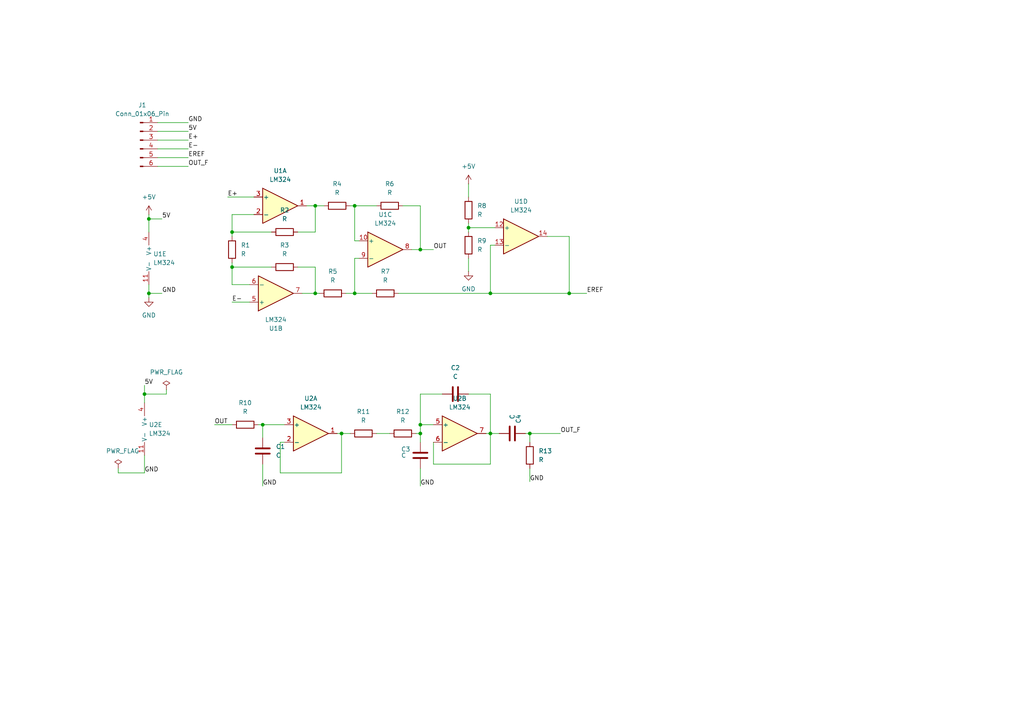
<source format=kicad_sch>
(kicad_sch (version 20250114) (generator "eeschema") (generator_version "9.0")
  (paper "A4")
  (lib_symbols
    (symbol "Amplifier_Operational:LM324" (pin_names (offset 0.127))
      (property "Reference" "U" (at 0 5.08 0))
      (property "Value" "LM324" (at 0 -5.08 0))
      (symbol "LM324_1_1"
        (polyline (pts (xy -5.08 5.08) (xy 5.08 0) (xy -5.08 -5.08) (xy -5.08 5.08)) (stroke (width 0.254)) (fill (type background)))
        (pin input line (at -7.62 2.54 0) (length 2.54) (name "+") (number "3"))
        (pin input line (at -7.62 -2.54 0) (length 2.54) (name "-") (number "2"))
        (pin output line (at 7.62 0 180) (length 2.54) (name "~") (number "1"))
      )
      (symbol "LM324_2_1"
        (polyline (pts (xy -5.08 5.08) (xy 5.08 0) (xy -5.08 -5.08) (xy -5.08 5.08)) (stroke (width 0.254)) (fill (type background)))
        (pin input line (at -7.62 2.54 0) (length 2.54) (name "+") (number "5"))
        (pin input line (at -7.62 -2.54 0) (length 2.54) (name "-") (number "6"))
        (pin output line (at 7.62 0 180) (length 2.54) (name "~") (number "7"))
      )
      (symbol "LM324_3_1"
        (polyline (pts (xy -5.08 5.08) (xy 5.08 0) (xy -5.08 -5.08) (xy -5.08 5.08)) (stroke (width 0.254)) (fill (type background)))
        (pin input line (at -7.62 2.54 0) (length 2.54) (name "+") (number "10"))
        (pin input line (at -7.62 -2.54 0) (length 2.54) (name "-") (number "9"))
        (pin output line (at 7.62 0 180) (length 2.54) (name "~") (number "8"))
      )
      (symbol "LM324_4_1"
        (polyline (pts (xy -5.08 5.08) (xy 5.08 0) (xy -5.08 -5.08) (xy -5.08 5.08)) (stroke (width 0.254)) (fill (type background)))
        (pin input line (at -7.62 2.54 0) (length 2.54) (name "+") (number "12"))
        (pin input line (at -7.62 -2.54 0) (length 2.54) (name "-") (number "13"))
        (pin output line (at 7.62 0 180) (length 2.54) (name "~") (number "14"))
      )
      (symbol "LM324_5_1"
        (pin power_in line (at -2.54 7.62 270) (length 3.81) (name "V+") (number "4"))
        (pin power_in line (at -2.54 -7.62 90) (length 3.81) (name "V-") (number "11"))
      )
    )
    (symbol "Connector:Conn_01x06_Pin" (pin_names (offset 1.016) (hide yes))
      (property "Reference" "J" (at 0 7.62 0))
      (property "Value" "Conn_01x06_Pin" (at 0 -10.16 0))
      (symbol "Conn_01x06_Pin_1_1"
        (rectangle (start 0.8636 5.207) (end 0 4.953) (stroke (width 0.1524)) (fill (type outline)))
        (rectangle (start 0.8636 2.667) (end 0 2.413) (stroke (width 0.1524)) (fill (type outline)))
        (rectangle (start 0.8636 0.127) (end 0 -0.127) (stroke (width 0.1524)) (fill (type outline)))
        (rectangle (start 0.8636 -2.413) (end 0 -2.667) (stroke (width 0.1524)) (fill (type outline)))
        (rectangle (start 0.8636 -4.953) (end 0 -5.207) (stroke (width 0.1524)) (fill (type outline)))
        (rectangle (start 0.8636 -7.493) (end 0 -7.747) (stroke (width 0.1524)) (fill (type outline)))
        (polyline (pts (xy 1.27 5.08) (xy 0.8636 5.08)) (stroke (width 0.1524)))
        (polyline (pts (xy 1.27 2.54) (xy 0.8636 2.54)) (stroke (width 0.1524)))
        (polyline (pts (xy 1.27 0) (xy 0.8636 0)) (stroke (width 0.1524)))
        (polyline (pts (xy 1.27 -2.54) (xy 0.8636 -2.54)) (stroke (width 0.1524)))
        (polyline (pts (xy 1.27 -5.08) (xy 0.8636 -5.08)) (stroke (width 0.1524)))
        (polyline (pts (xy 1.27 -7.62) (xy 0.8636 -7.62)) (stroke (width 0.1524)))
        (pin passive line (at 5.08 5.08 180) (length 3.81) (name "Pin_1") (number "1"))
        (pin passive line (at 5.08 2.54 180) (length 3.81) (name "Pin_2") (number "2"))
        (pin passive line (at 5.08 0 180) (length 3.81) (name "Pin_3") (number "3"))
        (pin passive line (at 5.08 -2.54 180) (length 3.81) (name "Pin_4") (number "4"))
        (pin passive line (at 5.08 -5.08 180) (length 3.81) (name "Pin_5") (number "5"))
        (pin passive line (at 5.08 -7.62 180) (length 3.81) (name "Pin_6") (number "6"))
      )
    )
    (symbol "Device:C" (pin_numbers (hide yes)) (pin_names (offset 0.254))
      (property "Reference" "C" (at 0.635 2.54 0))
      (property "Value" "C" (at 0.635 -2.54 0))
      (symbol "C_0_1"
        (polyline (pts (xy -2.032 0.762) (xy 2.032 0.762)) (stroke (width 0.508)))
        (polyline (pts (xy -2.032 -0.762) (xy 2.032 -0.762)) (stroke (width 0.508)))
      )
      (symbol "C_1_1"
        (pin passive line (at 0 3.81 270) (length 2.794) (name "~") (number "1"))
        (pin passive line (at 0 -3.81 90) (length 2.794) (name "~") (number "2"))
      )
    )
    (symbol "Device:R" (pin_numbers (hide yes)) (pin_names (offset 0))
      (property "Reference" "R" (at 2.032 0 90))
      (property "Value" "R" (at 0 0 90))
      (symbol "R_0_1"
        (rectangle (start -1.016 -2.54) (end 1.016 2.54) (stroke (width 0.254)))
      )
      (symbol "R_1_1"
        (pin passive line (at 0 3.81 270) (length 1.27) (name "~") (number "1"))
        (pin passive line (at 0 -3.81 90) (length 1.27) (name "~") (number "2"))
      )
    )
    (symbol "power:+5V" (power) (pin_numbers (hide yes)) (pin_names (offset 0) (hide yes))
      (property "Value" "+5V" (at 0 3.556 0))
      (symbol "+5V_0_1"
        (polyline (pts (xy -0.762 1.27) (xy 0 2.54)))
        (polyline (pts (xy 0 2.54) (xy 0.762 1.27)))
        (polyline (pts (xy 0 0) (xy 0 2.54)))
      )
      (symbol "+5V_1_1"
        (pin power_in line (at 0 0 90) (length 0) (name "~") (number "1"))
      )
    )
    (symbol "power:GND" (power) (pin_numbers (hide yes)) (pin_names (offset 0) (hide yes))
      (property "Value" "GND" (at 0 -3.81 0))
      (symbol "GND_0_1"
        (polyline (pts (xy 0 0) (xy 0 -1.27) (xy 1.27 -1.27) (xy 0 -2.54) (xy -1.27 -1.27) (xy 0 -1.27)))
      )
      (symbol "GND_1_1"
        (pin power_in line (at 0 0 270) (length 0) (name "~") (number "1"))
      )
    )
    (symbol "power:PWR_FLAG" (power) (pin_numbers (hide yes)) (pin_names (offset 0) (hide yes))
      (property "Value" "PWR_FLAG" (at 0 3.81 0))
      (symbol "PWR_FLAG_0_0"
        (pin power_out line (at 0 0 90) (length 0) (name "~") (number "1"))
      )
      (symbol "PWR_FLAG_0_1"
        (polyline (pts (xy 0 0) (xy 0 1.27) (xy -1.016 1.905) (xy 0 2.54) (xy 1.016 1.905) (xy 0 1.27)))
      )
    )
  )
  (junction (at 41.91 114.3))
  (junction (at 135.89 66.04))
  (junction (at 121.92 123.19))
  (junction (at 67.31 67.31))
  (junction (at 153.67 125.73))
  (junction (at 142.24 85.09))
  (junction (at 142.24 125.73))
  (junction (at 76.2 123.19))
  (junction (at 91.44 85.09))
  (junction (at 91.44 59.69))
  (junction (at 102.87 85.09))
  (junction (at 121.92 125.73))
  (junction (at 165.1 85.09))
  (junction (at 67.31 77.47))
  (junction (at 121.92 72.39))
  (junction (at 43.18 85.09))
  (junction (at 99.06 125.73))
  (junction (at 102.87 59.69))
  (junction (at 43.18 63.5))
  (wire (pts (xy 76.2 127) (xy 76.2 123.19)))
  (wire (pts (xy 142.24 114.3) (xy 142.24 125.73)))
  (wire (pts (xy 67.31 77.47) (xy 78.74 77.47)))
  (wire (pts (xy 41.91 114.3) (xy 41.91 116.84)))
  (wire (pts (xy 76.2 123.19) (xy 82.55 123.19)))
  (wire (pts (xy 135.89 74.93) (xy 135.89 78.74)))
  (wire (pts (xy 116.84 59.69) (xy 121.92 59.69)))
  (wire (pts (xy 101.6 59.69) (xy 102.87 59.69)))
  (wire (pts (xy 48.26 114.3) (xy 41.91 114.3)))
  (wire (pts (xy 45.72 38.1) (xy 54.61 38.1)))
  (wire (pts (xy 43.18 82.55) (xy 43.18 85.09)))
  (wire (pts (xy 67.31 62.23) (xy 73.66 62.23)))
  (wire (pts (xy 165.1 85.09) (xy 170.18 85.09)))
  (wire (pts (xy 158.75 68.58) (xy 165.1 68.58)))
  (wire (pts (xy 115.57 85.09) (xy 142.24 85.09)))
  (wire (pts (xy 153.67 125.73) (xy 153.67 128.27)))
  (wire (pts (xy 74.93 123.19) (xy 76.2 123.19)))
  (wire (pts (xy 67.31 82.55) (xy 67.31 77.47)))
  (wire (pts (xy 76.2 134.62) (xy 76.2 140.97)))
  (wire (pts (xy 100.33 85.09) (xy 102.87 85.09)))
  (wire (pts (xy 88.9 59.69) (xy 91.44 59.69)))
  (wire (pts (xy 86.36 77.47) (xy 91.44 77.47)))
  (wire (pts (xy 128.27 114.3) (xy 121.92 114.3)))
  (wire (pts (xy 102.87 59.69) (xy 102.87 69.85)))
  (wire (pts (xy 121.92 125.73) (xy 121.92 123.19)))
  (wire (pts (xy 125.73 128.27) (xy 125.73 134.62)))
  (wire (pts (xy 142.24 85.09) (xy 165.1 85.09)))
  (wire (pts (xy 81.28 137.16) (xy 99.06 137.16)))
  (wire (pts (xy 99.06 125.73) (xy 97.79 125.73)))
  (wire (pts (xy 102.87 59.69) (xy 109.22 59.69)))
  (wire (pts (xy 34.29 137.16) (xy 41.91 137.16)))
  (wire (pts (xy 86.36 67.31) (xy 91.44 67.31)))
  (wire (pts (xy 72.39 82.55) (xy 67.31 82.55)))
  (wire (pts (xy 99.06 137.16) (xy 99.06 125.73)))
  (wire (pts (xy 142.24 125.73) (xy 144.78 125.73)))
  (wire (pts (xy 45.72 48.26) (xy 54.61 48.26)))
  (wire (pts (xy 48.26 113.03) (xy 48.26 114.3)))
  (wire (pts (xy 102.87 85.09) (xy 107.95 85.09)))
  (wire (pts (xy 121.92 59.69) (xy 121.92 72.39)))
  (wire (pts (xy 81.28 128.27) (xy 81.28 137.16)))
  (wire (pts (xy 121.92 114.3) (xy 121.92 123.19)))
  (wire (pts (xy 104.14 74.93) (xy 102.87 74.93)))
  (wire (pts (xy 67.31 68.58) (xy 67.31 67.31)))
  (wire (pts (xy 104.14 69.85) (xy 102.87 69.85)))
  (wire (pts (xy 142.24 134.62) (xy 142.24 125.73)))
  (wire (pts (xy 119.38 72.39) (xy 121.92 72.39)))
  (wire (pts (xy 143.51 71.12) (xy 142.24 71.12)))
  (wire (pts (xy 91.44 85.09) (xy 92.71 85.09)))
  (wire (pts (xy 99.06 125.73) (xy 101.6 125.73)))
  (wire (pts (xy 67.31 67.31) (xy 67.31 62.23)))
  (wire (pts (xy 121.92 72.39) (xy 125.73 72.39)))
  (wire (pts (xy 135.89 66.04) (xy 143.51 66.04)))
  (wire (pts (xy 67.31 77.47) (xy 67.31 76.2)))
  (wire (pts (xy 121.92 125.73) (xy 120.65 125.73)))
  (wire (pts (xy 142.24 71.12) (xy 142.24 85.09)))
  (wire (pts (xy 66.04 57.15) (xy 73.66 57.15)))
  (wire (pts (xy 43.18 62.23) (xy 43.18 63.5)))
  (wire (pts (xy 41.91 132.08) (xy 41.91 137.16)))
  (wire (pts (xy 121.92 135.89) (xy 121.92 140.97)))
  (wire (pts (xy 109.22 125.73) (xy 113.03 125.73)))
  (wire (pts (xy 91.44 59.69) (xy 93.98 59.69)))
  (wire (pts (xy 67.31 67.31) (xy 78.74 67.31)))
  (wire (pts (xy 153.67 125.73) (xy 162.56 125.73)))
  (wire (pts (xy 135.89 114.3) (xy 142.24 114.3)))
  (wire (pts (xy 62.23 123.19) (xy 67.31 123.19)))
  (wire (pts (xy 43.18 63.5) (xy 46.99 63.5)))
  (wire (pts (xy 91.44 67.31) (xy 91.44 59.69)))
  (wire (pts (xy 121.92 125.73) (xy 121.92 128.27)))
  (wire (pts (xy 45.72 43.18) (xy 54.61 43.18)))
  (wire (pts (xy 140.97 125.73) (xy 142.24 125.73)))
  (wire (pts (xy 45.72 45.72) (xy 54.61 45.72)))
  (wire (pts (xy 152.4 125.73) (xy 153.67 125.73)))
  (wire (pts (xy 41.91 111.76) (xy 41.91 114.3)))
  (wire (pts (xy 43.18 85.09) (xy 46.99 85.09)))
  (wire (pts (xy 102.87 74.93) (xy 102.87 85.09)))
  (wire (pts (xy 153.67 135.89) (xy 153.67 139.7)))
  (wire (pts (xy 43.18 63.5) (xy 43.18 67.31)))
  (wire (pts (xy 34.29 135.89) (xy 34.29 137.16)))
  (wire (pts (xy 91.44 77.47) (xy 91.44 85.09)))
  (wire (pts (xy 125.73 134.62) (xy 142.24 134.62)))
  (wire (pts (xy 135.89 64.77) (xy 135.89 66.04)))
  (wire (pts (xy 45.72 40.64) (xy 54.61 40.64)))
  (wire (pts (xy 121.92 123.19) (xy 125.73 123.19)))
  (wire (pts (xy 87.63 85.09) (xy 91.44 85.09)))
  (wire (pts (xy 82.55 128.27) (xy 81.28 128.27)))
  (wire (pts (xy 45.72 35.56) (xy 54.61 35.56)))
  (wire (pts (xy 165.1 68.58) (xy 165.1 85.09)))
  (wire (pts (xy 67.31 87.63) (xy 72.39 87.63)))
  (wire (pts (xy 135.89 53.34) (xy 135.89 57.15)))
  (wire (pts (xy 135.89 66.04) (xy 135.89 67.31)))
  (wire (pts (xy 43.18 85.09) (xy 43.18 86.36)))
  (label "GND" (at 153.67 139.7 0))
  (label "E-" (at 54.61 43.18 0))
  (label "OUT" (at 62.23 123.19 0))
  (label "GND" (at 46.99 85.09 0))
  (label "5V" (at 46.99 63.5 0))
  (label "EREF" (at 170.18 85.09 0))
  (label "E+" (at 66.04 57.15 0))
  (label "5V" (at 41.91 111.76 0))
  (label "OUT_F" (at 54.61 48.26 0))
  (label "OUT" (at 125.73 72.39 0))
  (label "GND" (at 41.91 137.16 0))
  (label "E+" (at 54.61 40.64 0))
  (label "E-" (at 67.31 87.63 0))
  (label "GND" (at 76.2 140.97 0))
  (label "GND" (at 54.61 35.56 0))
  (label "5V" (at 54.61 38.1 0))
  (label "EREF" (at 54.61 45.72 0))
  (label "OUT_F" (at 162.56 125.73 0))
  (label "GND" (at 121.92 140.97 0))
  (symbol (lib_id "power:GND") (at 43.18 86.36 0) (unit 1)
    (property "Reference" "#PWR02" (effects (hide yes)))
    (property "Value" "GND" (at 43.18 91.44 0))
    (property "Description" "Power symbol creates a global label with name \"GND\" , ground" (effects (hide yes)))
  )
  (symbol (lib_id "Amplifier_Operational:LM324") (at 151.13 68.58 0) (unit 4)
    (property "Reference" "U1" (at 151.13 58.42 0))
    (property "Value" "LM324" (at 151.13 60.96 0))
    (property "Footprint" "Package_DIP:DIP-14_W7.62mm" (effects (hide yes)))
    (property "Datasheet" "http://www.ti.com/lit/ds/symlink/lm2902-n.pdf" (effects (hide yes)))
    (property "Description" "Low-Power, Quad-Operational Amplifiers, DIP-14/SOIC-14/SSOP-14" (effects (hide yes)))
  )
  (symbol (lib_id "Device:R") (at 105.41 125.73 90) (unit 1)
    (property "Reference" "R11" (at 105.41 119.38 90))
    (property "Value" "R" (at 105.41 121.92 90))
    (property "Footprint" "Resistor_THT:R_Axial_DIN0207_L6.3mm_D2.5mm_P7.62mm_Horizontal" (effects (hide yes)))
    (property "Description" "Resistor" (effects (hide yes)))
  )
  (symbol (lib_id "Device:R") (at 116.84 125.73 90) (unit 1)
    (property "Reference" "R12" (at 116.84 119.38 90))
    (property "Value" "R" (at 116.84 121.92 90))
    (property "Footprint" "Resistor_THT:R_Axial_DIN0207_L6.3mm_D2.5mm_P7.62mm_Horizontal" (effects (hide yes)))
    (property "Description" "Resistor" (effects (hide yes)))
  )
  (symbol (lib_id "Amplifier_Operational:LM324") (at 45.72 74.93 0) (unit 5)
    (property "Reference" "U1" (at 44.45 73.6599 0) (effects (justify left)))
    (property "Value" "LM324" (at 44.45 76.1999 0) (effects (justify left)))
    (property "Footprint" "Package_DIP:DIP-14_W7.62mm" (effects (hide yes)))
    (property "Datasheet" "http://www.ti.com/lit/ds/symlink/lm2902-n.pdf" (effects (hide yes)))
    (property "Description" "Low-Power, Quad-Operational Amplifiers, DIP-14/SOIC-14/SSOP-14" (effects (hide yes)))
  )
  (symbol (lib_id "Device:R") (at 71.12 123.19 90) (unit 1)
    (property "Reference" "R10" (at 71.12 116.84 90))
    (property "Value" "R" (at 71.12 119.38 90))
    (property "Footprint" "Resistor_THT:R_Axial_DIN0207_L6.3mm_D2.5mm_P7.62mm_Horizontal" (effects (hide yes)))
    (property "Description" "Resistor" (effects (hide yes)))
  )
  (symbol (lib_id "Device:R") (at 135.89 60.96 0) (unit 1)
    (property "Reference" "R8" (at 138.43 59.6899 0) (effects (justify left)))
    (property "Value" "R" (at 138.43 62.2299 0) (effects (justify left)))
    (property "Footprint" "Resistor_THT:R_Axial_DIN0207_L6.3mm_D2.5mm_P7.62mm_Horizontal" (effects (hide yes)))
    (property "Description" "Resistor" (effects (hide yes)))
  )
  (symbol (lib_id "power:GND") (at 135.89 78.74 0) (unit 1)
    (property "Reference" "#PWR03" (effects (hide yes)))
    (property "Value" "GND" (at 135.89 83.82 0))
    (property "Description" "Power symbol creates a global label with name \"GND\" , ground" (effects (hide yes)))
  )
  (symbol (lib_id "Device:R") (at 82.55 77.47 270) (unit 1)
    (property "Reference" "R3" (at 82.55 71.12 90))
    (property "Value" "R" (at 82.55 73.66 90))
    (property "Footprint" "Resistor_THT:R_Axial_DIN0207_L6.3mm_D2.5mm_P7.62mm_Horizontal" (effects (hide yes)))
    (property "Description" "Resistor" (effects (hide yes)))
  )
  (symbol (lib_id "Device:R") (at 153.67 132.08 180) (unit 1)
    (property "Reference" "R13" (at 156.21 130.8099 0) (effects (justify right)))
    (property "Value" "R" (at 156.21 133.3499 0) (effects (justify right)))
    (property "Footprint" "Resistor_THT:R_Axial_DIN0207_L6.3mm_D2.5mm_P7.62mm_Horizontal" (effects (hide yes)))
    (property "Description" "Resistor" (effects (hide yes)))
  )
  (symbol (lib_id "Amplifier_Operational:LM324") (at 133.35 125.73 0) (unit 2)
    (property "Reference" "U2" (at 133.35 115.57 0))
    (property "Value" "LM324" (at 133.35 118.11 0))
    (property "Footprint" "Package_DIP:DIP-14_W7.62mm" (effects (hide yes)))
    (property "Datasheet" "http://www.ti.com/lit/ds/symlink/lm2902-n.pdf" (effects (hide yes)))
    (property "Description" "Low-Power, Quad-Operational Amplifiers, DIP-14/SOIC-14/SSOP-14" (effects (hide yes)))
  )
  (symbol (lib_id "Amplifier_Operational:LM324") (at 81.28 59.69 0) (unit 1)
    (property "Reference" "U1" (at 81.28 49.53 0))
    (property "Value" "LM324" (at 81.28 52.07 0))
    (property "Footprint" "Package_DIP:DIP-14_W7.62mm" (effects (hide yes)))
    (property "Datasheet" "http://www.ti.com/lit/ds/symlink/lm2902-n.pdf" (effects (hide yes)))
    (property "Description" "Low-Power, Quad-Operational Amplifiers, DIP-14/SOIC-14/SSOP-14" (effects (hide yes)))
  )
  (symbol (lib_id "Device:R") (at 67.31 72.39 0) (unit 1)
    (property "Reference" "R1" (at 69.85 71.1199 0) (effects (justify left)))
    (property "Value" "R" (at 69.85 73.6599 0) (effects (justify left)))
    (property "Footprint" "Resistor_THT:R_Axial_DIN0207_L6.3mm_D2.5mm_P7.62mm_Horizontal" (effects (hide yes)))
    (property "Description" "Resistor" (effects (hide yes)))
  )
  (symbol (lib_id "Device:R") (at 97.79 59.69 270) (unit 1)
    (property "Reference" "R4" (at 97.79 53.34 90))
    (property "Value" "R" (at 97.79 55.88 90))
    (property "Footprint" "Resistor_THT:R_Axial_DIN0207_L6.3mm_D2.5mm_P7.62mm_Horizontal" (effects (hide yes)))
    (property "Description" "Resistor" (effects (hide yes)))
  )
  (symbol (lib_id "Device:C") (at 121.92 132.08 0) (unit 1)
    (property "Reference" "C3" (at 116.332 130.302 0) (effects (justify left)))
    (property "Value" "C" (at 116.332 132.08 0) (effects (justify left)))
    (property "Footprint" "Capacitor_THT:C_Radial_D8.0mm_H11.5mm_P3.50mm" (effects (hide yes)))
    (property "Description" "Unpolarized capacitor" (effects (hide yes)))
  )
  (symbol (lib_id "power:PWR_FLAG") (at 34.29 135.89 0) (unit 1)
    (property "Reference" "#FLG02" (effects (hide yes)))
    (property "Value" "PWR_FLAG" (at 35.56 130.81 0))
    (property "Description" "Special symbol for telling ERC where power comes from" (effects (hide yes)))
  )
  (symbol (lib_id "Connector:Conn_01x06_Pin") (at 40.64 40.64 0) (unit 1)
    (property "Reference" "J1" (at 41.275 30.48 0))
    (property "Value" "Conn_01x06_Pin" (at 41.275 33.02 0))
    (property "Footprint" "Connector_PinHeader_1.00mm:PinHeader_1x07_P1.00mm_Horizontal" (effects (hide yes)))
    (property "Description" "Generic connector, single row, 01x06, script generated" (effects (hide yes)))
  )
  (symbol (lib_id "Device:R") (at 82.55 67.31 270) (unit 1)
    (property "Reference" "R2" (at 82.55 60.96 90))
    (property "Value" "R" (at 82.55 63.5 90))
    (property "Footprint" "Resistor_THT:R_Axial_DIN0207_L6.3mm_D2.5mm_P7.62mm_Horizontal" (effects (hide yes)))
    (property "Description" "Resistor" (effects (hide yes)))
  )
  (symbol (lib_id "Device:R") (at 96.52 85.09 270) (unit 1)
    (property "Reference" "R5" (at 96.52 78.74 90))
    (property "Value" "R" (at 96.52 81.28 90))
    (property "Footprint" "Resistor_THT:R_Axial_DIN0207_L6.3mm_D2.5mm_P7.62mm_Horizontal" (effects (hide yes)))
    (property "Description" "Resistor" (effects (hide yes)))
  )
  (symbol (lib_id "Amplifier_Operational:LM324") (at 111.76 72.39 0) (unit 3)
    (property "Reference" "U1" (at 111.76 62.23 0))
    (property "Value" "LM324" (at 111.76 64.77 0))
    (property "Footprint" "Package_DIP:DIP-14_W7.62mm" (effects (hide yes)))
    (property "Datasheet" "http://www.ti.com/lit/ds/symlink/lm2902-n.pdf" (effects (hide yes)))
    (property "Description" "Low-Power, Quad-Operational Amplifiers, DIP-14/SOIC-14/SSOP-14" (effects (hide yes)))
  )
  (symbol (lib_id "Amplifier_Operational:LM324") (at 44.45 124.46 0) (unit 5)
    (property "Reference" "U2" (at 43.18 123.1899 0) (effects (justify left)))
    (property "Value" "LM324" (at 43.18 125.7299 0) (effects (justify left)))
    (property "Footprint" "Package_DIP:DIP-14_W7.62mm" (effects (hide yes)))
    (property "Datasheet" "http://www.ti.com/lit/ds/symlink/lm2902-n.pdf" (effects (hide yes)))
    (property "Description" "Low-Power, Quad-Operational Amplifiers, DIP-14/SOIC-14/SSOP-14" (effects (hide yes)))
  )
  (symbol (lib_id "Amplifier_Operational:LM324") (at 90.17 125.73 0) (unit 1)
    (property "Reference" "U2" (at 90.17 115.57 0))
    (property "Value" "LM324" (at 90.17 118.11 0))
    (property "Footprint" "Package_DIP:DIP-14_W7.62mm" (effects (hide yes)))
    (property "Datasheet" "http://www.ti.com/lit/ds/symlink/lm2902-n.pdf" (effects (hide yes)))
    (property "Description" "Low-Power, Quad-Operational Amplifiers, DIP-14/SOIC-14/SSOP-14" (effects (hide yes)))
  )
  (symbol (lib_id "Device:C") (at 76.2 130.81 0) (unit 1)
    (property "Reference" "C1" (at 80.01 129.5399 0) (effects (justify left)))
    (property "Value" "C" (at 80.01 132.0799 0) (effects (justify left)))
    (property "Footprint" "Capacitor_THT:C_Radial_D8.0mm_H11.5mm_P3.50mm" (effects (hide yes)))
    (property "Description" "Unpolarized capacitor" (effects (hide yes)))
  )
  (symbol (lib_id "Device:R") (at 111.76 85.09 270) (unit 1)
    (property "Reference" "R7" (at 111.76 78.74 90))
    (property "Value" "R" (at 111.76 81.28 90))
    (property "Footprint" "Resistor_THT:R_Axial_DIN0207_L6.3mm_D2.5mm_P7.62mm_Horizontal" (effects (hide yes)))
    (property "Description" "Resistor" (effects (hide yes)))
  )
  (symbol (lib_id "power:+5V") (at 135.89 53.34 0) (unit 1)
    (property "Reference" "#PWR04" (effects (hide yes)))
    (property "Value" "+5V" (at 135.89 48.26 0))
    (property "Description" "Power symbol creates a global label with name \"+5V\"" (effects (hide yes)))
  )
  (symbol (lib_id "Device:R") (at 113.03 59.69 270) (unit 1)
    (property "Reference" "R6" (at 113.03 53.34 90))
    (property "Value" "R" (at 113.03 55.88 90))
    (property "Footprint" "Resistor_THT:R_Axial_DIN0207_L6.3mm_D2.5mm_P7.62mm_Horizontal" (effects (hide yes)))
    (property "Description" "Resistor" (effects (hide yes)))
  )
  (symbol (lib_id "power:+5V") (at 43.18 62.23 0) (unit 1)
    (property "Reference" "#PWR01" (effects (hide yes)))
    (property "Value" "+5V" (at 43.18 57.15 0))
    (property "Description" "Power symbol creates a global label with name \"+5V\"" (effects (hide yes)))
  )
  (symbol (lib_id "Device:C") (at 148.59 125.73 270) (unit 1)
    (property "Reference" "C4" (at 150.368 120.142 0) (effects (justify left)))
    (property "Value" "C" (at 148.59 120.142 0) (effects (justify left)))
    (property "Footprint" "Capacitor_THT:C_Radial_D8.0mm_H11.5mm_P3.50mm" (effects (hide yes)))
    (property "Description" "Unpolarized capacitor" (effects (hide yes)))
  )
  (symbol (lib_id "power:PWR_FLAG") (at 48.26 113.03 0) (unit 1)
    (property "Reference" "#FLG01" (effects (hide yes)))
    (property "Value" "PWR_FLAG" (at 48.26 107.95 0))
    (property "Description" "Special symbol for telling ERC where power comes from" (effects (hide yes)))
  )
  (symbol (lib_id "Amplifier_Operational:LM324") (at 80.01 85.09 0) (mirror x) (unit 2)
    (property "Reference" "U1" (at 80.01 95.25 0))
    (property "Value" "LM324" (at 80.01 92.71 0))
    (property "Footprint" "Package_DIP:DIP-14_W7.62mm" (effects (hide yes)))
    (property "Datasheet" "http://www.ti.com/lit/ds/symlink/lm2902-n.pdf" (effects (hide yes)))
    (property "Description" "Low-Power, Quad-Operational Amplifiers, DIP-14/SOIC-14/SSOP-14" (effects (hide yes)))
  )
  (symbol (lib_id "Device:C") (at 132.08 114.3 90) (unit 1)
    (property "Reference" "C2" (at 132.08 106.68 90))
    (property "Value" "C" (at 132.08 109.22 90))
    (property "Footprint" "Capacitor_THT:C_Radial_D8.0mm_H11.5mm_P3.50mm" (effects (hide yes)))
    (property "Description" "Unpolarized capacitor" (effects (hide yes)))
  )
  (symbol (lib_id "Device:R") (at 135.89 71.12 0) (unit 1)
    (property "Reference" "R9" (at 138.43 69.8499 0) (effects (justify left)))
    (property "Value" "R" (at 138.43 72.3899 0) (effects (justify left)))
    (property "Footprint" "Resistor_THT:R_Axial_DIN0207_L6.3mm_D2.5mm_P7.62mm_Horizontal" (effects (hide yes)))
    (property "Description" "Resistor" (effects (hide yes)))
  )
)
</source>
